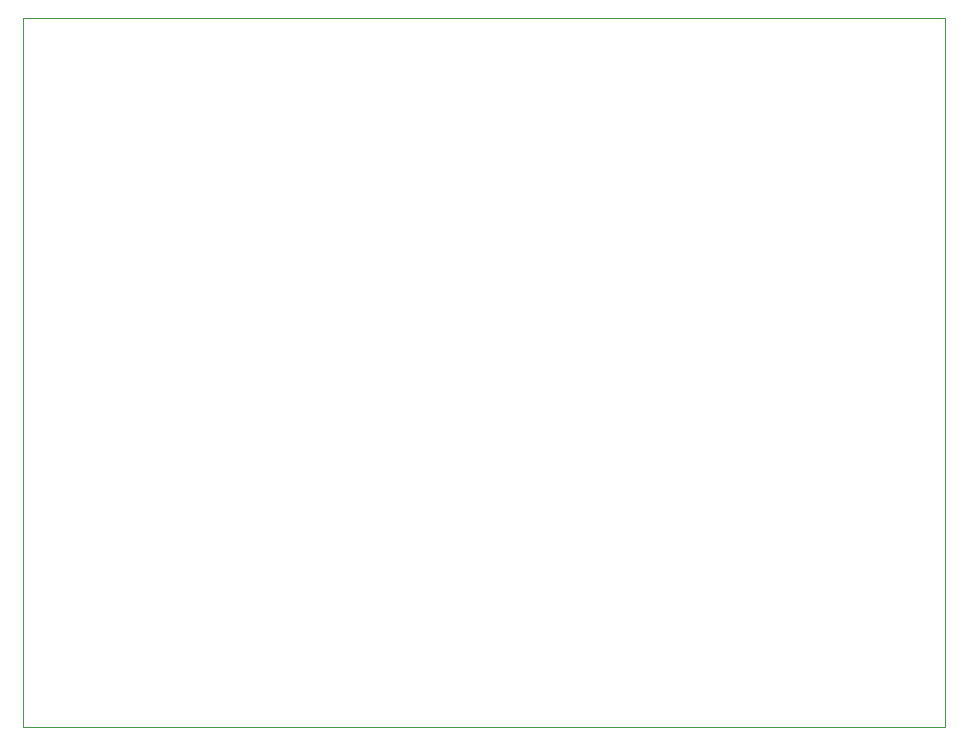
<source format=gbr>
%TF.GenerationSoftware,KiCad,Pcbnew,9.0.2*%
%TF.CreationDate,2025-05-14T21:51:20+02:00*%
%TF.ProjectId,carte_actionneur,63617274-655f-4616-9374-696f6e6e6575,rev?*%
%TF.SameCoordinates,Original*%
%TF.FileFunction,Profile,NP*%
%FSLAX46Y46*%
G04 Gerber Fmt 4.6, Leading zero omitted, Abs format (unit mm)*
G04 Created by KiCad (PCBNEW 9.0.2) date 2025-05-14 21:51:20*
%MOMM*%
%LPD*%
G01*
G04 APERTURE LIST*
%TA.AperFunction,Profile*%
%ADD10C,0.050000*%
%TD*%
G04 APERTURE END LIST*
D10*
X60000000Y-35000000D02*
X138000000Y-35000000D01*
X138000000Y-95000000D01*
X60000000Y-95000000D01*
X60000000Y-35000000D01*
M02*

</source>
